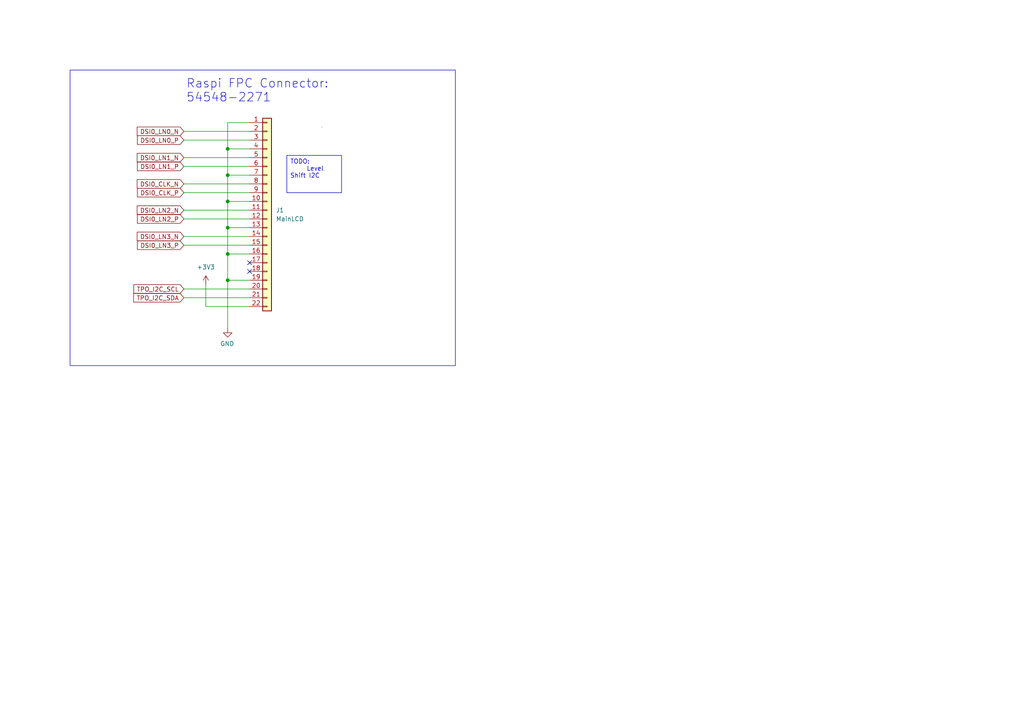
<source format=kicad_sch>
(kicad_sch (version 20230121) (generator eeschema)
  (paper "A4")
  (lib_symbols
    (symbol "Connector_Generic:Conn_01x22" (pin_names (offset 1.016) hide)
      (property "Reference" "J" (at 0 27.94 0))
      (property "Value" "Conn_01x22" (at 0 -30.48 0))
      (symbol "Conn_01x22_1_1"
        (rectangle (start -1.27 -27.813) (end 0 -28.067) (stroke (width 0.1524)))
        (rectangle (start -1.27 -25.273) (end 0 -25.527) (stroke (width 0.1524)))
        (rectangle (start -1.27 -22.733) (end 0 -22.987) (stroke (width 0.1524)))
        (rectangle (start -1.27 -20.193) (end 0 -20.447) (stroke (width 0.1524)))
        (rectangle (start -1.27 -17.653) (end 0 -17.907) (stroke (width 0.1524)))
        (rectangle (start -1.27 -15.113) (end 0 -15.367) (stroke (width 0.1524)))
        (rectangle (start -1.27 -12.573) (end 0 -12.827) (stroke (width 0.1524)))
        (rectangle (start -1.27 -10.033) (end 0 -10.287) (stroke (width 0.1524)))
        (rectangle (start -1.27 -7.493) (end 0 -7.747) (stroke (width 0.1524)))
        (rectangle (start -1.27 -4.953) (end 0 -5.207) (stroke (width 0.1524)))
        (rectangle (start -1.27 -2.413) (end 0 -2.667) (stroke (width 0.1524)))
        (rectangle (start -1.27 0.127) (end 0 -0.127) (stroke (width 0.1524)))
        (rectangle (start -1.27 2.667) (end 0 2.413) (stroke (width 0.1524)))
        (rectangle (start -1.27 5.207) (end 0 4.953) (stroke (width 0.1524)))
        (rectangle (start -1.27 7.747) (end 0 7.493) (stroke (width 0.1524)))
        (rectangle (start -1.27 10.287) (end 0 10.033) (stroke (width 0.1524)))
        (rectangle (start -1.27 12.827) (end 0 12.573) (stroke (width 0.1524)))
        (rectangle (start -1.27 15.367) (end 0 15.113) (stroke (width 0.1524)))
        (rectangle (start -1.27 17.907) (end 0 17.653) (stroke (width 0.1524)))
        (rectangle (start -1.27 20.447) (end 0 20.193) (stroke (width 0.1524)))
        (rectangle (start -1.27 22.987) (end 0 22.733) (stroke (width 0.1524)))
        (rectangle (start -1.27 25.527) (end 0 25.273) (stroke (width 0.1524)))
        (rectangle (start -1.27 26.67) (end 1.27 -29.21) (stroke (width 0.254)) (fill (type background)))
        (pin passive line (at -5.08 25.4 0) (length 3.81) (name "Pin_1") (number "1"))
        (pin passive line (at -5.08 2.54 0) (length 3.81) (name "Pin_10") (number "10"))
        (pin passive line (at -5.08 0 0) (length 3.81) (name "Pin_11") (number "11"))
        (pin passive line (at -5.08 -2.54 0) (length 3.81) (name "Pin_12") (number "12"))
        (pin passive line (at -5.08 -5.08 0) (length 3.81) (name "Pin_13") (number "13"))
        (pin passive line (at -5.08 -7.62 0) (length 3.81) (name "Pin_14") (number "14"))
        (pin passive line (at -5.08 -10.16 0) (length 3.81) (name "Pin_15") (number "15"))
        (pin passive line (at -5.08 -12.7 0) (length 3.81) (name "Pin_16") (number "16"))
        (pin passive line (at -5.08 -15.24 0) (length 3.81) (name "Pin_17") (number "17"))
        (pin passive line (at -5.08 -17.78 0) (length 3.81) (name "Pin_18") (number "18"))
        (pin passive line (at -5.08 -20.32 0) (length 3.81) (name "Pin_19") (number "19"))
        (pin passive line (at -5.08 22.86 0) (length 3.81) (name "Pin_2") (number "2"))
        (pin passive line (at -5.08 -22.86 0) (length 3.81) (name "Pin_20") (number "20"))
        (pin passive line (at -5.08 -25.4 0) (length 3.81) (name "Pin_21") (number "21"))
        (pin passive line (at -5.08 -27.94 0) (length 3.81) (name "Pin_22") (number "22"))
        (pin passive line (at -5.08 20.32 0) (length 3.81) (name "Pin_3") (number "3"))
        (pin passive line (at -5.08 17.78 0) (length 3.81) (name "Pin_4") (number "4"))
        (pin passive line (at -5.08 15.24 0) (length 3.81) (name "Pin_5") (number "5"))
        (pin passive line (at -5.08 12.7 0) (length 3.81) (name "Pin_6") (number "6"))
        (pin passive line (at -5.08 10.16 0) (length 3.81) (name "Pin_7") (number "7"))
        (pin passive line (at -5.08 7.62 0) (length 3.81) (name "Pin_8") (number "8"))
        (pin passive line (at -5.08 5.08 0) (length 3.81) (name "Pin_9") (number "9"))
      )
    )
    (symbol "power:+3V3" (power) (pin_names (offset 0))
      (property "Value" "+3V3" (at 0 3.556 0))
      (symbol "+3V3_0_1"
        (polyline (pts (xy -0.762 1.27) (xy 0 2.54)))
        (polyline (pts (xy 0 0) (xy 0 2.54)))
        (polyline (pts (xy 0 2.54) (xy 0.762 1.27)))
      )
      (symbol "+3V3_1_1"
        (pin power_in line (at 0 0 90) (length 0) hide (name "+3V3") (number "1"))
      )
    )
    (symbol "power:GND" (power) (pin_names (offset 0))
      (property "Value" "GND" (at 0 -3.81 0))
      (symbol "GND_0_1"
        (polyline (pts (xy 0 0) (xy 0 -1.27) (xy 1.27 -1.27) (xy 0 -2.54) (xy -1.27 -1.27) (xy 0 -1.27)))
      )
      (symbol "GND_1_1"
        (pin power_in line (at 0 0 270) (length 0) hide (name "GND") (number "1"))
      )
    )
  )
  (junction (at 66.04 66.04))
  (junction (at 66.04 58.42))
  (junction (at 66.04 81.28))
  (junction (at 66.04 50.8))
  (junction (at 66.04 73.66))
  (junction (at 66.04 43.18))
  (no_connect (at 72.39 76.2))
  (no_connect (at 72.39 78.74))
  (wire (pts (xy 53.34 83.82) (xy 72.39 83.82)))
  (wire (pts (xy 66.04 81.28) (xy 72.39 81.28)))
  (wire (pts (xy 59.69 82.55) (xy 59.69 88.9)))
  (wire (pts (xy 59.69 88.9) (xy 72.39 88.9)))
  (wire (pts (xy 66.04 50.8) (xy 66.04 58.42)))
  (wire (pts (xy 66.04 58.42) (xy 66.04 66.04)))
  (wire (pts (xy 66.04 73.66) (xy 72.39 73.66)))
  (wire (pts (xy 53.34 55.88) (xy 72.39 55.88)))
  (wire (pts (xy 66.04 81.28) (xy 66.04 95.25)))
  (wire (pts (xy 66.04 66.04) (xy 66.04 73.66)))
  (wire (pts (xy 53.34 45.72) (xy 72.39 45.72)))
  (wire (pts (xy 66.04 35.56) (xy 66.04 43.18)))
  (wire (pts (xy 53.34 38.1) (xy 72.39 38.1)))
  (wire (pts (xy 53.34 48.26) (xy 72.39 48.26)))
  (wire (pts (xy 53.34 86.36) (xy 72.39 86.36)))
  (wire (pts (xy 66.04 73.66) (xy 66.04 81.28)))
  (wire (pts (xy 66.04 43.18) (xy 72.39 43.18)))
  (wire (pts (xy 66.04 58.42) (xy 72.39 58.42)))
  (wire (pts (xy 53.34 60.96) (xy 72.39 60.96)))
  (wire (pts (xy 53.34 53.34) (xy 72.39 53.34)))
  (wire (pts (xy 66.04 43.18) (xy 66.04 50.8)))
  (wire (pts (xy 66.04 50.8) (xy 72.39 50.8)))
  (wire (pts (xy 53.34 71.12) (xy 72.39 71.12)))
  (wire (pts (xy 53.34 63.5) (xy 72.39 63.5)))
  (wire (pts (xy 66.04 35.56) (xy 72.39 35.56)))
  (wire (pts (xy 53.34 40.64) (xy 72.39 40.64)))
  (wire (pts (xy 66.04 66.04) (xy 72.39 66.04)))
  (wire (pts (xy 53.34 68.58) (xy 72.39 68.58)))
  (rectangle (start 93.345 36.83) (end 93.345 36.83))
  (rectangle (start 20.32 20.32) (end 132.08 106.045))
  (text_box "TODO:\n	Level Shift I2C" (at 83.185 45.085 0) (size 15.875 10.795) (effects (font (size 1.27 1.27)) (justify left top)))
  (text "Raspi FPC Connector:\n54548-2271" (at 53.975 29.845 0) (effects (font (size 2.5 2.5)) (justify left bottom)))
  (global_label "DSI0_CLK_N" (shape input) (at 53.34 53.34 180) (property "Intersheetrefs" "${INTERSHEET_REFS}" (effects hide)))
  (global_label "DSI0_LN3_P" (shape input) (at 53.34 71.12 180) (property "Intersheetrefs" "${INTERSHEET_REFS}" (effects hide)))
  (global_label "DSI0_LN3_N" (shape input) (at 53.34 68.58 180) (property "Intersheetrefs" "${INTERSHEET_REFS}" (effects hide)))
  (global_label "DSI0_LN2_N" (shape input) (at 53.34 60.96 180) (property "Intersheetrefs" "${INTERSHEET_REFS}" (effects hide)))
  (global_label "DSI0_LN1_P" (shape input) (at 53.34 48.26 180) (property "Intersheetrefs" "${INTERSHEET_REFS}" (effects hide)))
  (global_label "DSI0_LN0_N" (shape input) (at 53.34 38.1 180) (property "Intersheetrefs" "${INTERSHEET_REFS}" (effects hide)))
  (global_label "TPO_I2C_SCL" (shape input) (at 53.34 83.82 180) (property "Intersheetrefs" "${INTERSHEET_REFS}" (effects hide)))
  (global_label "DSI0_LN0_P" (shape input) (at 53.34 40.64 180) (property "Intersheetrefs" "${INTERSHEET_REFS}" (effects hide)))
  (global_label "DSI0_CLK_P" (shape input) (at 53.34 55.88 180) (property "Intersheetrefs" "${INTERSHEET_REFS}" (effects hide)))
  (global_label "DSI0_LN1_N" (shape input) (at 53.34 45.72 180) (property "Intersheetrefs" "${INTERSHEET_REFS}" (effects hide)))
  (global_label "TPO_I2C_SDA" (shape input) (at 53.34 86.36 180) (property "Intersheetrefs" "${INTERSHEET_REFS}" (effects hide)))
  (global_label "DSI0_LN2_P" (shape input) (at 53.34 63.5 180) (property "Intersheetrefs" "${INTERSHEET_REFS}" (effects hide)))
  (symbol (lib_id "power:GND") (at 66.04 95.25 0) (unit 1)
    (property "Reference" "#PWR038" (effects hide))
    (property "Value" "GND" (at 67.945 99.695 0) (effects (justify right)))
    (instances (project "FusionX" (path "" (reference "#PWR038") (unit 1)) (path "" (reference "#PWR046") (unit 1))))
  )
  (symbol (lib_id "power:+3V3") (at 59.69 82.55 0) (unit 1)
    (property "Reference" "#PWR040" (effects hide))
    (property "Value" "+3V3" (at 59.69 77.47 0))
  )
  (symbol (lib_id "Connector_Generic:Conn_01x22") (at 77.47 60.96 0) (unit 1)
    (property "Reference" "J1" (at 80.01 60.96 0) (effects (justify left)))
    (property "Value" "MainLCD" (at 80.01 63.5 0) (effects (justify left)))
  )
)
</source>
